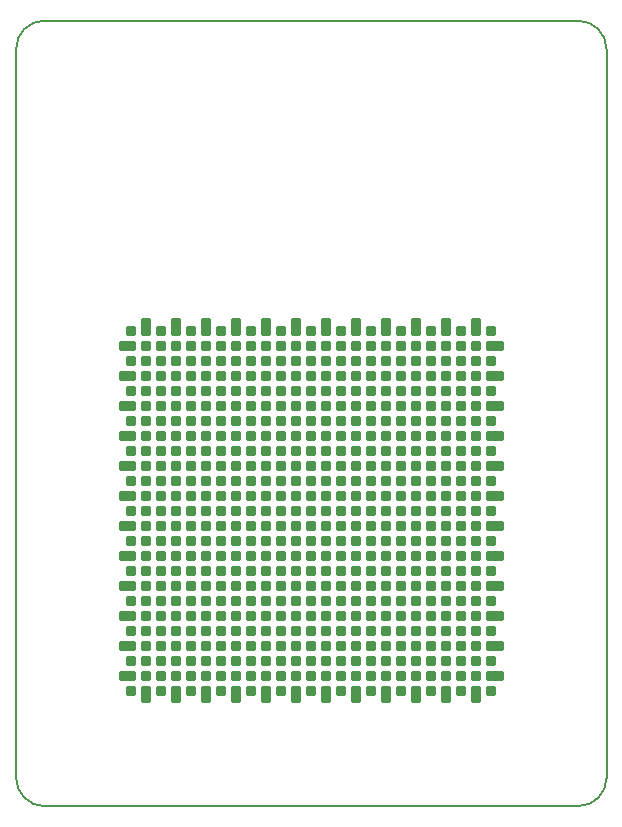
<source format=gbp>
G04*
G04 #@! TF.GenerationSoftware,Altium Limited,Altium Designer,23.3.1 (30)*
G04*
G04 Layer_Color=128*
%FSLAX25Y25*%
%MOIN*%
G70*
G04*
G04 #@! TF.SameCoordinates,D048E5A0-3BFD-467D-8461-715AC76033F9*
G04*
G04*
G04 #@! TF.FilePolarity,Positive*
G04*
G01*
G75*
%ADD12C,0.00787*%
G04:AMPARAMS|DCode=33|XSize=31.5mil|YSize=31.5mil|CornerRadius=3.15mil|HoleSize=0mil|Usage=FLASHONLY|Rotation=180.000|XOffset=0mil|YOffset=0mil|HoleType=Round|Shape=RoundedRectangle|*
%AMROUNDEDRECTD33*
21,1,0.03150,0.02520,0,0,180.0*
21,1,0.02520,0.03150,0,0,180.0*
1,1,0.00630,-0.01260,0.01260*
1,1,0.00630,0.01260,0.01260*
1,1,0.00630,0.01260,-0.01260*
1,1,0.00630,-0.01260,-0.01260*
%
%ADD33ROUNDEDRECTD33*%
G04:AMPARAMS|DCode=122|XSize=31.5mil|YSize=31.5mil|CornerRadius=3.15mil|HoleSize=0mil|Usage=FLASHONLY|Rotation=270.000|XOffset=0mil|YOffset=0mil|HoleType=Round|Shape=RoundedRectangle|*
%AMROUNDEDRECTD122*
21,1,0.03150,0.02520,0,0,270.0*
21,1,0.02520,0.03150,0,0,270.0*
1,1,0.00630,-0.01260,-0.01260*
1,1,0.00630,-0.01260,0.01260*
1,1,0.00630,0.01260,0.01260*
1,1,0.00630,0.01260,-0.01260*
%
%ADD122ROUNDEDRECTD122*%
D12*
X188976Y1575D02*
G03*
X198425Y11024I0J9449D01*
G01*
Y253937D02*
G03*
X188976Y263386I-9449J0D01*
G01*
X11024D02*
G03*
X1575Y253937I0J-9449D01*
G01*
Y11024D02*
G03*
X11024Y1575I9449J0D01*
G01*
X1575Y11024D02*
Y253937D01*
X11024Y263386D02*
X188976D01*
X198425Y11024D02*
Y253937D01*
X11024Y1575D02*
X188976D01*
D33*
X45000Y37500D02*
D03*
X55000D02*
D03*
X65000D02*
D03*
X75000D02*
D03*
X105000D02*
D03*
X115000D02*
D03*
X155000D02*
D03*
X85000D02*
D03*
X95000D02*
D03*
X145000D02*
D03*
X135000D02*
D03*
X125000D02*
D03*
X105000Y162500D02*
D03*
X95000D02*
D03*
X155000D02*
D03*
X125000D02*
D03*
X115000D02*
D03*
X145000D02*
D03*
X135000D02*
D03*
X85000D02*
D03*
X75000D02*
D03*
X65000D02*
D03*
X55000D02*
D03*
X45000D02*
D03*
D122*
X37500Y95000D02*
D03*
Y85000D02*
D03*
Y75000D02*
D03*
Y65000D02*
D03*
Y55000D02*
D03*
Y105000D02*
D03*
X40000Y160000D02*
D03*
Y155000D02*
D03*
Y140000D02*
D03*
Y135000D02*
D03*
Y120000D02*
D03*
Y115000D02*
D03*
Y125000D02*
D03*
Y130000D02*
D03*
Y40000D02*
D03*
Y45000D02*
D03*
Y150000D02*
D03*
Y145000D02*
D03*
Y110000D02*
D03*
Y105000D02*
D03*
Y100000D02*
D03*
Y95000D02*
D03*
Y90000D02*
D03*
Y85000D02*
D03*
Y80000D02*
D03*
Y75000D02*
D03*
Y70000D02*
D03*
Y65000D02*
D03*
Y60000D02*
D03*
X45000Y100000D02*
D03*
Y95000D02*
D03*
Y90000D02*
D03*
Y85000D02*
D03*
X40000Y50000D02*
D03*
Y55000D02*
D03*
X45000Y80000D02*
D03*
Y75000D02*
D03*
Y70000D02*
D03*
Y65000D02*
D03*
Y60000D02*
D03*
Y55000D02*
D03*
Y50000D02*
D03*
Y45000D02*
D03*
Y40000D02*
D03*
Y110000D02*
D03*
Y160000D02*
D03*
Y155000D02*
D03*
Y150000D02*
D03*
Y145000D02*
D03*
Y140000D02*
D03*
Y135000D02*
D03*
Y120000D02*
D03*
Y115000D02*
D03*
Y105000D02*
D03*
Y125000D02*
D03*
Y130000D02*
D03*
X145000Y150000D02*
D03*
Y135000D02*
D03*
Y145000D02*
D03*
Y155000D02*
D03*
Y160000D02*
D03*
X105000Y135000D02*
D03*
Y130000D02*
D03*
X110000Y135000D02*
D03*
X115000D02*
D03*
Y130000D02*
D03*
X120000Y135000D02*
D03*
Y130000D02*
D03*
X125000Y135000D02*
D03*
Y130000D02*
D03*
X130000D02*
D03*
Y135000D02*
D03*
Y140000D02*
D03*
Y145000D02*
D03*
Y150000D02*
D03*
Y155000D02*
D03*
Y160000D02*
D03*
X110000Y80000D02*
D03*
Y95000D02*
D03*
Y90000D02*
D03*
Y85000D02*
D03*
X115000Y95000D02*
D03*
Y80000D02*
D03*
Y100000D02*
D03*
X150000Y160000D02*
D03*
Y130000D02*
D03*
Y135000D02*
D03*
Y140000D02*
D03*
Y145000D02*
D03*
Y150000D02*
D03*
Y155000D02*
D03*
X125000Y100000D02*
D03*
X120000Y110000D02*
D03*
Y125000D02*
D03*
Y120000D02*
D03*
Y115000D02*
D03*
X125000Y125000D02*
D03*
Y120000D02*
D03*
Y115000D02*
D03*
Y110000D02*
D03*
Y105000D02*
D03*
X130000Y100000D02*
D03*
Y105000D02*
D03*
Y110000D02*
D03*
Y115000D02*
D03*
Y120000D02*
D03*
Y125000D02*
D03*
X150000Y95000D02*
D03*
Y80000D02*
D03*
Y85000D02*
D03*
Y90000D02*
D03*
Y75000D02*
D03*
Y70000D02*
D03*
X155000D02*
D03*
Y75000D02*
D03*
Y95000D02*
D03*
Y90000D02*
D03*
Y85000D02*
D03*
Y80000D02*
D03*
X160000Y95000D02*
D03*
Y90000D02*
D03*
Y85000D02*
D03*
Y80000D02*
D03*
X145000Y130000D02*
D03*
X140000Y100000D02*
D03*
Y105000D02*
D03*
Y110000D02*
D03*
Y115000D02*
D03*
Y120000D02*
D03*
Y125000D02*
D03*
Y130000D02*
D03*
Y135000D02*
D03*
Y140000D02*
D03*
Y145000D02*
D03*
Y150000D02*
D03*
Y155000D02*
D03*
Y160000D02*
D03*
X135000D02*
D03*
Y125000D02*
D03*
Y120000D02*
D03*
Y130000D02*
D03*
Y135000D02*
D03*
Y140000D02*
D03*
Y145000D02*
D03*
Y150000D02*
D03*
Y155000D02*
D03*
X145000Y95000D02*
D03*
X150000Y100000D02*
D03*
Y105000D02*
D03*
Y110000D02*
D03*
Y115000D02*
D03*
Y120000D02*
D03*
Y125000D02*
D03*
X145000Y100000D02*
D03*
Y105000D02*
D03*
Y110000D02*
D03*
Y115000D02*
D03*
Y120000D02*
D03*
Y125000D02*
D03*
Y70000D02*
D03*
Y90000D02*
D03*
Y80000D02*
D03*
Y85000D02*
D03*
Y75000D02*
D03*
X140000Y80000D02*
D03*
Y85000D02*
D03*
Y90000D02*
D03*
Y95000D02*
D03*
Y75000D02*
D03*
Y70000D02*
D03*
X135000Y80000D02*
D03*
Y100000D02*
D03*
Y105000D02*
D03*
Y110000D02*
D03*
Y115000D02*
D03*
Y85000D02*
D03*
Y90000D02*
D03*
Y95000D02*
D03*
Y75000D02*
D03*
Y70000D02*
D03*
X130000Y80000D02*
D03*
Y85000D02*
D03*
Y90000D02*
D03*
Y95000D02*
D03*
Y75000D02*
D03*
Y70000D02*
D03*
X155000Y160000D02*
D03*
Y155000D02*
D03*
Y150000D02*
D03*
Y145000D02*
D03*
Y140000D02*
D03*
Y135000D02*
D03*
Y130000D02*
D03*
Y125000D02*
D03*
Y100000D02*
D03*
Y115000D02*
D03*
Y120000D02*
D03*
Y110000D02*
D03*
Y105000D02*
D03*
X160000Y120000D02*
D03*
Y160000D02*
D03*
Y155000D02*
D03*
Y150000D02*
D03*
Y145000D02*
D03*
Y140000D02*
D03*
Y135000D02*
D03*
Y130000D02*
D03*
Y125000D02*
D03*
Y115000D02*
D03*
Y110000D02*
D03*
Y105000D02*
D03*
Y100000D02*
D03*
X110000Y50000D02*
D03*
Y55000D02*
D03*
X115000D02*
D03*
Y50000D02*
D03*
X120000Y55000D02*
D03*
Y50000D02*
D03*
Y45000D02*
D03*
Y40000D02*
D03*
X125000Y65000D02*
D03*
Y60000D02*
D03*
Y55000D02*
D03*
Y50000D02*
D03*
Y45000D02*
D03*
Y40000D02*
D03*
X150000Y65000D02*
D03*
Y60000D02*
D03*
X145000D02*
D03*
Y65000D02*
D03*
X140000Y60000D02*
D03*
Y65000D02*
D03*
X135000Y60000D02*
D03*
Y65000D02*
D03*
X130000Y60000D02*
D03*
Y65000D02*
D03*
X155000D02*
D03*
Y60000D02*
D03*
X160000Y70000D02*
D03*
Y75000D02*
D03*
Y60000D02*
D03*
X130000Y40000D02*
D03*
X145000D02*
D03*
Y45000D02*
D03*
X140000Y40000D02*
D03*
Y45000D02*
D03*
Y50000D02*
D03*
X135000Y40000D02*
D03*
Y45000D02*
D03*
Y50000D02*
D03*
X130000Y45000D02*
D03*
Y50000D02*
D03*
Y55000D02*
D03*
X150000Y40000D02*
D03*
Y45000D02*
D03*
Y50000D02*
D03*
Y55000D02*
D03*
X145000Y50000D02*
D03*
Y55000D02*
D03*
X140000D02*
D03*
X135000D02*
D03*
X155000D02*
D03*
Y50000D02*
D03*
Y45000D02*
D03*
Y40000D02*
D03*
X160000Y50000D02*
D03*
X55000Y120000D02*
D03*
Y105000D02*
D03*
Y110000D02*
D03*
Y115000D02*
D03*
Y100000D02*
D03*
X50000Y105000D02*
D03*
Y110000D02*
D03*
Y115000D02*
D03*
Y120000D02*
D03*
Y100000D02*
D03*
X55000Y140000D02*
D03*
Y145000D02*
D03*
Y150000D02*
D03*
X70000Y160000D02*
D03*
Y130000D02*
D03*
Y120000D02*
D03*
Y135000D02*
D03*
Y140000D02*
D03*
Y145000D02*
D03*
Y150000D02*
D03*
Y155000D02*
D03*
X75000Y160000D02*
D03*
Y155000D02*
D03*
Y150000D02*
D03*
Y145000D02*
D03*
Y135000D02*
D03*
Y125000D02*
D03*
Y130000D02*
D03*
Y120000D02*
D03*
Y110000D02*
D03*
X70000Y115000D02*
D03*
X75000D02*
D03*
Y105000D02*
D03*
X100000Y160000D02*
D03*
Y155000D02*
D03*
Y150000D02*
D03*
X95000Y160000D02*
D03*
Y155000D02*
D03*
Y150000D02*
D03*
Y145000D02*
D03*
Y140000D02*
D03*
Y135000D02*
D03*
Y130000D02*
D03*
X80000D02*
D03*
Y100000D02*
D03*
Y95000D02*
D03*
Y90000D02*
D03*
Y85000D02*
D03*
Y80000D02*
D03*
Y75000D02*
D03*
Y120000D02*
D03*
Y115000D02*
D03*
Y110000D02*
D03*
Y105000D02*
D03*
Y125000D02*
D03*
X70000Y100000D02*
D03*
Y90000D02*
D03*
Y85000D02*
D03*
Y95000D02*
D03*
X75000Y100000D02*
D03*
Y95000D02*
D03*
Y90000D02*
D03*
Y85000D02*
D03*
Y80000D02*
D03*
Y75000D02*
D03*
Y70000D02*
D03*
Y65000D02*
D03*
X60000Y120000D02*
D03*
Y105000D02*
D03*
Y110000D02*
D03*
Y115000D02*
D03*
Y75000D02*
D03*
Y80000D02*
D03*
Y85000D02*
D03*
Y90000D02*
D03*
Y95000D02*
D03*
Y100000D02*
D03*
X70000Y70000D02*
D03*
Y65000D02*
D03*
X65000D02*
D03*
X60000Y55000D02*
D03*
Y60000D02*
D03*
Y65000D02*
D03*
Y70000D02*
D03*
X70000Y105000D02*
D03*
Y125000D02*
D03*
Y110000D02*
D03*
X65000Y130000D02*
D03*
Y125000D02*
D03*
Y105000D02*
D03*
Y110000D02*
D03*
Y115000D02*
D03*
Y120000D02*
D03*
Y135000D02*
D03*
Y140000D02*
D03*
Y145000D02*
D03*
Y150000D02*
D03*
Y70000D02*
D03*
X70000Y80000D02*
D03*
Y75000D02*
D03*
X65000D02*
D03*
Y80000D02*
D03*
Y85000D02*
D03*
Y90000D02*
D03*
Y95000D02*
D03*
Y100000D02*
D03*
Y160000D02*
D03*
Y155000D02*
D03*
X50000Y130000D02*
D03*
Y125000D02*
D03*
Y135000D02*
D03*
Y140000D02*
D03*
Y145000D02*
D03*
Y150000D02*
D03*
Y155000D02*
D03*
Y160000D02*
D03*
X60000Y125000D02*
D03*
Y130000D02*
D03*
Y135000D02*
D03*
Y140000D02*
D03*
Y145000D02*
D03*
Y150000D02*
D03*
Y155000D02*
D03*
Y160000D02*
D03*
X55000Y130000D02*
D03*
Y125000D02*
D03*
Y135000D02*
D03*
Y155000D02*
D03*
Y160000D02*
D03*
Y65000D02*
D03*
Y70000D02*
D03*
Y75000D02*
D03*
Y80000D02*
D03*
Y85000D02*
D03*
Y90000D02*
D03*
Y95000D02*
D03*
X50000Y65000D02*
D03*
Y70000D02*
D03*
Y75000D02*
D03*
Y80000D02*
D03*
Y85000D02*
D03*
Y90000D02*
D03*
Y95000D02*
D03*
X85000Y130000D02*
D03*
Y100000D02*
D03*
Y95000D02*
D03*
Y90000D02*
D03*
Y85000D02*
D03*
Y80000D02*
D03*
Y75000D02*
D03*
Y70000D02*
D03*
Y65000D02*
D03*
Y120000D02*
D03*
Y115000D02*
D03*
Y110000D02*
D03*
Y105000D02*
D03*
Y125000D02*
D03*
X90000Y100000D02*
D03*
Y95000D02*
D03*
Y90000D02*
D03*
Y85000D02*
D03*
Y80000D02*
D03*
Y75000D02*
D03*
Y70000D02*
D03*
Y65000D02*
D03*
Y120000D02*
D03*
Y115000D02*
D03*
Y110000D02*
D03*
Y105000D02*
D03*
X80000Y135000D02*
D03*
X75000Y140000D02*
D03*
X80000Y160000D02*
D03*
Y155000D02*
D03*
Y150000D02*
D03*
Y145000D02*
D03*
Y140000D02*
D03*
X85000Y160000D02*
D03*
Y155000D02*
D03*
Y150000D02*
D03*
Y145000D02*
D03*
Y140000D02*
D03*
Y135000D02*
D03*
X90000Y125000D02*
D03*
X95000Y100000D02*
D03*
Y95000D02*
D03*
Y90000D02*
D03*
Y85000D02*
D03*
Y80000D02*
D03*
Y75000D02*
D03*
Y120000D02*
D03*
Y115000D02*
D03*
Y110000D02*
D03*
Y105000D02*
D03*
Y125000D02*
D03*
Y55000D02*
D03*
X80000Y65000D02*
D03*
Y70000D02*
D03*
X95000D02*
D03*
Y65000D02*
D03*
Y60000D02*
D03*
X90000Y130000D02*
D03*
Y160000D02*
D03*
Y155000D02*
D03*
Y150000D02*
D03*
Y145000D02*
D03*
Y140000D02*
D03*
Y135000D02*
D03*
X100000Y40000D02*
D03*
Y45000D02*
D03*
Y50000D02*
D03*
Y55000D02*
D03*
Y60000D02*
D03*
Y65000D02*
D03*
X120000Y105000D02*
D03*
Y95000D02*
D03*
Y85000D02*
D03*
Y80000D02*
D03*
Y100000D02*
D03*
X125000Y95000D02*
D03*
Y85000D02*
D03*
Y80000D02*
D03*
X100000Y100000D02*
D03*
Y70000D02*
D03*
Y85000D02*
D03*
Y95000D02*
D03*
Y90000D02*
D03*
Y80000D02*
D03*
Y75000D02*
D03*
X105000Y160000D02*
D03*
Y155000D02*
D03*
Y150000D02*
D03*
X110000Y160000D02*
D03*
Y155000D02*
D03*
X115000Y160000D02*
D03*
Y155000D02*
D03*
X120000Y160000D02*
D03*
Y155000D02*
D03*
Y150000D02*
D03*
X125000Y160000D02*
D03*
Y155000D02*
D03*
Y150000D02*
D03*
X105000Y95000D02*
D03*
Y90000D02*
D03*
Y85000D02*
D03*
Y80000D02*
D03*
Y40000D02*
D03*
Y50000D02*
D03*
Y70000D02*
D03*
Y75000D02*
D03*
Y65000D02*
D03*
Y60000D02*
D03*
Y55000D02*
D03*
Y45000D02*
D03*
Y110000D02*
D03*
Y115000D02*
D03*
X110000Y130000D02*
D03*
Y125000D02*
D03*
Y120000D02*
D03*
Y115000D02*
D03*
Y110000D02*
D03*
Y40000D02*
D03*
Y45000D02*
D03*
X115000Y85000D02*
D03*
Y45000D02*
D03*
Y40000D02*
D03*
X110000Y75000D02*
D03*
Y70000D02*
D03*
Y65000D02*
D03*
Y60000D02*
D03*
X115000Y70000D02*
D03*
Y75000D02*
D03*
Y65000D02*
D03*
Y60000D02*
D03*
X120000Y70000D02*
D03*
Y75000D02*
D03*
Y65000D02*
D03*
Y60000D02*
D03*
X125000Y70000D02*
D03*
Y75000D02*
D03*
X105000Y120000D02*
D03*
Y125000D02*
D03*
X115000Y150000D02*
D03*
Y145000D02*
D03*
Y125000D02*
D03*
Y120000D02*
D03*
Y115000D02*
D03*
Y110000D02*
D03*
Y105000D02*
D03*
X105000Y140000D02*
D03*
Y145000D02*
D03*
X110000Y140000D02*
D03*
X115000D02*
D03*
X120000Y145000D02*
D03*
Y140000D02*
D03*
X125000Y145000D02*
D03*
Y140000D02*
D03*
X100000Y105000D02*
D03*
Y120000D02*
D03*
Y110000D02*
D03*
Y115000D02*
D03*
Y125000D02*
D03*
Y130000D02*
D03*
Y135000D02*
D03*
Y140000D02*
D03*
Y145000D02*
D03*
X105000Y100000D02*
D03*
Y105000D02*
D03*
X110000Y150000D02*
D03*
Y145000D02*
D03*
Y105000D02*
D03*
Y100000D02*
D03*
X70000Y55000D02*
D03*
X65000D02*
D03*
Y60000D02*
D03*
X55000Y55000D02*
D03*
Y60000D02*
D03*
X50000Y55000D02*
D03*
Y60000D02*
D03*
X75000D02*
D03*
Y55000D02*
D03*
X80000Y60000D02*
D03*
Y55000D02*
D03*
X85000Y60000D02*
D03*
Y55000D02*
D03*
X90000Y60000D02*
D03*
Y55000D02*
D03*
X50000Y45000D02*
D03*
X70000D02*
D03*
X65000D02*
D03*
X60000D02*
D03*
X55000D02*
D03*
X75000D02*
D03*
X80000D02*
D03*
X85000D02*
D03*
X90000D02*
D03*
X95000D02*
D03*
X90000Y50000D02*
D03*
X75000D02*
D03*
X70000D02*
D03*
X65000D02*
D03*
X60000D02*
D03*
X55000D02*
D03*
X50000D02*
D03*
X80000D02*
D03*
X85000D02*
D03*
X95000D02*
D03*
Y40000D02*
D03*
X50000D02*
D03*
X70000D02*
D03*
X65000D02*
D03*
X60000D02*
D03*
X55000D02*
D03*
X75000D02*
D03*
X80000D02*
D03*
X85000D02*
D03*
X90000D02*
D03*
X160000Y65000D02*
D03*
X125000Y90000D02*
D03*
X160000Y55000D02*
D03*
X120000Y90000D02*
D03*
X115000D02*
D03*
X162500Y75000D02*
D03*
Y115000D02*
D03*
Y125000D02*
D03*
Y145000D02*
D03*
Y155000D02*
D03*
X37500D02*
D03*
Y145000D02*
D03*
Y135000D02*
D03*
Y125000D02*
D03*
Y45000D02*
D03*
Y115000D02*
D03*
X145000Y140000D02*
D03*
X162500Y135000D02*
D03*
Y105000D02*
D03*
Y95000D02*
D03*
Y85000D02*
D03*
Y65000D02*
D03*
Y55000D02*
D03*
Y45000D02*
D03*
X160000D02*
D03*
Y40000D02*
D03*
X70000Y60000D02*
D03*
M02*

</source>
